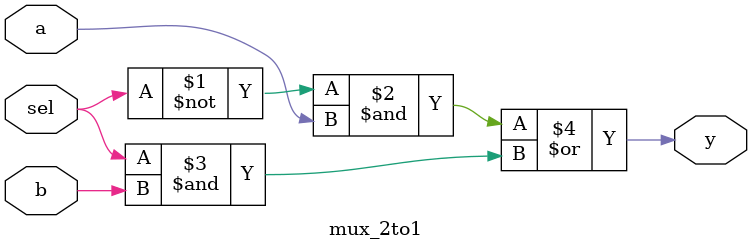
<source format=v>

module mux_2to1(sel,a,b,y);
input a,b,sel;
output y;

//using boolean expression
assign y = ~sel&a | sel&b;

endmodule  
</source>
